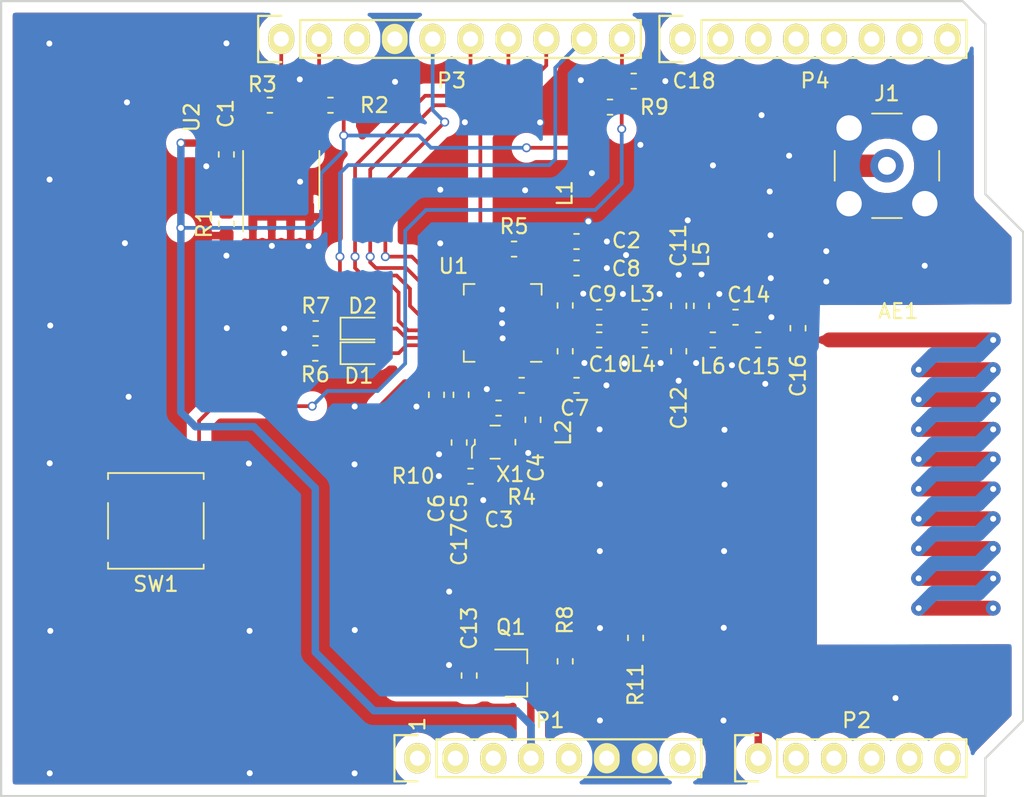
<source format=kicad_pcb>
(kicad_pcb (version 20171130) (host pcbnew "(5.1.6)-1")
  (title_block (date "lun. 30 mars 2015"))
  (layers (0 F.Cu signal) (31 B.Cu signal) (34 B.Paste user) (35 F.Paste user) (36 B.SilkS user) (37 F.SilkS user) (38 B.Mask user) (39 F.Mask user) (44 Edge.Cuts user))
  (net 0 "")
  (net 1 /IOREF)
  (net 2 /Reset)
  (net 3 +5V)
  (net 4 /Vin)
  (net 5 /A1)
  (net 6 /A2)
  (net 7 /A3)
  (net 8 /AREF)
  (net 9 /7)
  (net 10 "/3(**)")
  (net 11 /2)
  (net 12 "/1(Tx)")
  (net 13 "/0(Rx)")
  (net 14 "Net-(P1-Pad1)")
  (net 15 +3V3)
  (net 16 "Net-(AE1-Pad1)")
  (net 17 Earth)
  (net 18 "Net-(C2-Pad1)")
  (net 19 "Net-(C3-Pad1)")
  (net 20 "Net-(C4-Pad2)")
  (net 21 TCXO)
  (net 22 3V3_AX)
  (net 23 "Net-(C7-Pad1)")
  (net 24 "Net-(C8-Pad1)")
  (net 25 "Net-(C9-Pad1)")
  (net 26 "Net-(C9-Pad2)")
  (net 27 "Net-(C10-Pad2)")
  (net 28 "Net-(C10-Pad1)")
  (net 29 "Net-(C11-Pad1)")
  (net 30 "Net-(C12-Pad2)")
  (net 31 "Net-(C14-Pad1)")
  (net 32 "Net-(C16-Pad1)")
  (net 33 "Net-(D1-Pad2)")
  (net 34 "Net-(D1-Pad1)")
  (net 35 "Net-(D2-Pad1)")
  (net 36 "Net-(D2-Pad2)")
  (net 37 SDA)
  (net 38 SCL)
  (net 39 CLK)
  (net 40 MOSI)
  (net 41 MISO)
  (net 42 NSS)
  (net 43 AX_PWR)
  (net 44 "Net-(R1-Pad2)")
  (net 45 "Net-(R5-Pad2)")
  (net 46 "Net-(R5-Pad1)")
  (net 47 "Net-(R10-Pad2)")
  (net 48 "Net-(U1-Pad5)")
  (net 49 "Net-(U1-Pad11)")
  (net 50 "Net-(U1-Pad12)")
  (net 51 "Net-(U1-Pad13)")
  (net 52 "Net-(U1-Pad18)")
  (net 53 IRQ)
  (net 54 "Net-(U1-Pad22)")
  (net 55 "Net-(U1-Pad24)")
  (net 56 "Net-(U1-Pad25)")
  (net 57 "Net-(U1-Pad26)")
  (net 58 USER_BTN)
  (net 59 /A4)
  (net 60 /A5)
  (net 61 "/5(**)")
  (net 62 "/6(**)")
  (net 63 /4)
  (module Capacitor_SMD:C_0603_1608Metric (layer F.Cu) (at 149.606 89.154)
    (fp_text reference C2 (at 3.34772 -0.06604) (layer F.SilkS))
    (fp_text value 39p)
    (pad 2 smd roundrect (at 0.7875 0) (size 0.875 0.95) (layers F.Cu F.Paste F.Mask) (net 17 Earth))
    (pad 1 smd roundrect (at -0.7875 0) (size 0.875 0.95) (layers F.Cu F.Paste F.Mask) (net 18 "Net-(C2-Pad1)"))
  )
  (module Capacitor_SMD:C_0603_1608Metric (layer F.Cu) (at 149.606 90.932)
    (fp_text reference C8 (at 3.33248 0.04064) (layer F.SilkS))
    (fp_text value 0.1u)
    (pad 1 smd roundrect (at -0.7875 0) (size 0.875 0.95) (layers F.Cu F.Paste F.Mask) (net 24 "Net-(C8-Pad1)"))
    (pad 2 smd roundrect (at 0.7875 0) (size 0.875 0.95) (layers F.Cu F.Paste F.Mask) (net 17 Earth))
  )
  (module Inductor_SMD:L_0603_1608Metric (layer F.Cu) (at 158.75 95.758)
    (fp_text reference L6 (at 0 1.745) (layer F.SilkS))
    (fp_text value 12n)
    (pad 1 smd roundrect (at -0.7875 0) (size 0.875 0.95) (layers F.Cu F.Paste F.Mask) (net 30 "Net-(C12-Pad2)"))
    (pad 2 smd roundrect (at 0.7875 0) (size 0.875 0.95) (layers F.Cu F.Paste F.Mask) (net 31 "Net-(C14-Pad1)"))
  )
  (module Package_DFN_QFN:QFN-28-1EP_5x5mm_P0.5mm_EP3.35x3.35mm (layer F.Cu) (at 144.653 94.615 180)
    (fp_text reference U1 (at 3.302 3.81) (layer F.SilkS))
    (fp_text value AX5043 hide)
    (pad 1 smd roundrect (at -2.45 -1.5 180) (size 0.8 0.25) (layers F.Cu F.Paste F.Mask) (net 23 "Net-(C7-Pad1)"))
    (pad 2 smd roundrect (at -2.45 -1 180) (size 0.8 0.25) (layers F.Cu F.Paste F.Mask) (net 17 Earth))
    (pad 3 smd roundrect (at -2.45 -0.5 180) (size 0.8 0.25) (layers F.Cu F.Paste F.Mask) (net 27 "Net-(C10-Pad2)"))
    (pad 4 smd roundrect (at -2.45 0 180) (size 0.8 0.25) (layers F.Cu F.Paste F.Mask) (net 26 "Net-(C9-Pad2)"))
    (pad 5 smd roundrect (at -2.45 0.5 180) (size 0.8 0.25) (layers F.Cu F.Paste F.Mask) (net 48 "Net-(U1-Pad5)"))
    (pad 6 smd roundrect (at -2.45 1 180) (size 0.8 0.25) (layers F.Cu F.Paste F.Mask) (net 17 Earth))
    (pad 7 smd roundrect (at -2.45 1.5 180) (size 0.8 0.25) (layers F.Cu F.Paste F.Mask) (net 24 "Net-(C8-Pad1)"))
    (pad 8 smd roundrect (at -1.5 2.45 180) (size 0.25 0.8) (layers F.Cu F.Paste F.Mask) (net 18 "Net-(C2-Pad1)"))
    (pad 9 smd roundrect (at -1 2.45 180) (size 0.25 0.8) (layers F.Cu F.Paste F.Mask) (net 46 "Net-(R5-Pad1)"))
    (pad 10 smd roundrect (at -0.5 2.45 180) (size 0.25 0.8) (layers F.Cu F.Paste F.Mask) (net 45 "Net-(R5-Pad2)"))
    (pad 11 smd roundrect (at 0 2.45 180) (size 0.25 0.8) (layers F.Cu F.Paste F.Mask) (net 49 "Net-(U1-Pad11)"))
    (pad 12 smd roundrect (at 0.5 2.45 180) (size 0.25 0.8) (layers F.Cu F.Paste F.Mask) (net 50 "Net-(U1-Pad12)"))
    (pad 13 smd roundrect (at 1 2.45 180) (size 0.25 0.8) (layers F.Cu F.Paste F.Mask) (net 51 "Net-(U1-Pad13)"))
    (pad 14 smd roundrect (at 1.5 2.45 180) (size 0.25 0.8) (layers F.Cu F.Paste F.Mask) (net 42 NSS))
    (pad 15 smd roundrect (at 2.45 1.5 180) (size 0.8 0.25) (layers F.Cu F.Paste F.Mask) (net 39 CLK))
    (pad 16 smd roundrect (at 2.45 1 180) (size 0.8 0.25) (layers F.Cu F.Paste F.Mask) (net 41 MISO))
    (pad 17 smd roundrect (at 2.45 0.5 180) (size 0.8 0.25) (layers F.Cu F.Paste F.Mask) (net 40 MOSI))
    (pad 18 smd roundrect (at 2.45 0 180) (size 0.8 0.25) (layers F.Cu F.Paste F.Mask) (net 52 "Net-(U1-Pad18)"))
    (pad 19 smd roundrect (at 2.45 -0.5 180) (size 0.8 0.25) (layers F.Cu F.Paste F.Mask) (net 53 IRQ))
    (pad 20 smd roundrect (at 2.45 -1 180) (size 0.8 0.25) (layers F.Cu F.Paste F.Mask) (net 36 "Net-(D2-Pad2)"))
    (pad 21 smd roundrect (at 2.45 -1.5 180) (size 0.8 0.25) (layers F.Cu F.Paste F.Mask) (net 33 "Net-(D1-Pad2)"))
    (pad 22 smd roundrect (at 1.5 -2.45 180) (size 0.25 0.8) (layers F.Cu F.Paste F.Mask) (net 54 "Net-(U1-Pad22)"))
    (pad 23 smd roundrect (at 1 -2.45 180) (size 0.25 0.8) (layers F.Cu F.Paste F.Mask) (net 22 3V3_AX))
    (pad 24 smd roundrect (at 0.5 -2.45 180) (size 0.25 0.8) (layers F.Cu F.Paste F.Mask) (net 55 "Net-(U1-Pad24)"))
    (pad 25 smd roundrect (at 0 -2.45 180) (size 0.25 0.8) (layers F.Cu F.Paste F.Mask) (net 56 "Net-(U1-Pad25)"))
    (pad 26 smd roundrect (at -0.5 -2.45 180) (size 0.25 0.8) (layers F.Cu F.Paste F.Mask) (net 57 "Net-(U1-Pad26)"))
    (pad 27 smd roundrect (at -1 -2.45 180) (size 0.25 0.8) (layers F.Cu F.Paste F.Mask) (net 19 "Net-(C3-Pad1)"))
    (pad 28 smd roundrect (at -1.5 -2.45 180) (size 0.25 0.8) (layers F.Cu F.Paste F.Mask) (net 20 "Net-(C4-Pad2)"))
    (pad 29 smd rect (at 0 0 180) (size 3.35 3.35) (layers F.Cu F.Mask) (net 17 Earth))
  )
  (module Socket_Arduino_Uno:Socket_Strip_Arduino_1x08 (layer F.Cu) (at 138.938 123.825)
    (fp_text reference P1 (at 8.89 -2.54) (layer F.SilkS))
    (fp_text value Power)
    (pad 1 thru_hole oval (at 0 0) (size 1.7272 2.032) (drill 1.016) (layers *.Cu *.Mask F.SilkS) (net 14 "Net-(P1-Pad1)"))
    (pad 2 thru_hole oval (at 2.54 0) (size 1.7272 2.032) (drill 1.016) (layers *.Cu *.Mask F.SilkS) (net 1 /IOREF))
    (pad 3 thru_hole oval (at 5.08 0) (size 1.7272 2.032) (drill 1.016) (layers *.Cu *.Mask F.SilkS) (net 2 /Reset))
    (pad 4 thru_hole oval (at 7.62 0) (size 1.7272 2.032) (drill 1.016) (layers *.Cu *.Mask F.SilkS) (net 15 +3V3))
    (pad 5 thru_hole oval (at 10.16 0) (size 1.7272 2.032) (drill 1.016) (layers *.Cu *.Mask F.SilkS) (net 3 +5V))
    (pad 6 thru_hole oval (at 12.7 0) (size 1.7272 2.032) (drill 1.016) (layers *.Cu *.Mask F.SilkS) (net 17 Earth))
    (pad 7 thru_hole oval (at 15.24 0) (size 1.7272 2.032) (drill 1.016) (layers *.Cu *.Mask F.SilkS) (net 17 Earth))
    (pad 8 thru_hole oval (at 17.78 0) (size 1.7272 2.032) (drill 1.016) (layers *.Cu *.Mask F.SilkS) (net 4 /Vin))
  )
  (module Socket_Arduino_Uno:Socket_Strip_Arduino_1x06 (layer F.Cu) (at 161.798 123.825)
    (fp_text reference P2 (at 6.604 -2.54) (layer F.SilkS))
    (fp_text value Analog)
    (pad 1 thru_hole oval (at 0 0) (size 1.7272 2.032) (drill 1.016) (layers *.Cu *.Mask F.SilkS) (net 43 AX_PWR))
    (pad 2 thru_hole oval (at 2.54 0) (size 1.7272 2.032) (drill 1.016) (layers *.Cu *.Mask F.SilkS) (net 5 /A1))
    (pad 3 thru_hole oval (at 5.08 0) (size 1.7272 2.032) (drill 1.016) (layers *.Cu *.Mask F.SilkS) (net 6 /A2))
    (pad 4 thru_hole oval (at 7.62 0) (size 1.7272 2.032) (drill 1.016) (layers *.Cu *.Mask F.SilkS) (net 7 /A3))
    (pad 5 thru_hole oval (at 10.16 0) (size 1.7272 2.032) (drill 1.016) (layers *.Cu *.Mask F.SilkS) (net 59 /A4))
    (pad 6 thru_hole oval (at 12.7 0) (size 1.7272 2.032) (drill 1.016) (layers *.Cu *.Mask F.SilkS) (net 60 /A5))
  )
  (module Socket_Arduino_Uno:Socket_Strip_Arduino_1x10 (layer F.Cu) (at 129.794 75.565)
    (fp_text reference P3 (at 11.43 2.794) (layer F.SilkS))
    (fp_text value Digital)
    (pad 1 thru_hole oval (at 0 0) (size 1.7272 2.032) (drill 1.016) (layers *.Cu *.Mask F.SilkS) (net 38 SCL))
    (pad 2 thru_hole oval (at 2.54 0) (size 1.7272 2.032) (drill 1.016) (layers *.Cu *.Mask F.SilkS) (net 37 SDA))
    (pad 3 thru_hole oval (at 5.08 0) (size 1.7272 2.032) (drill 1.016) (layers *.Cu *.Mask F.SilkS) (net 8 /AREF))
    (pad 4 thru_hole oval (at 7.62 0) (size 1.7272 2.032) (drill 1.016) (layers *.Cu *.Mask F.SilkS) (net 17 Earth))
    (pad 5 thru_hole oval (at 10.16 0) (size 1.7272 2.032) (drill 1.016) (layers *.Cu *.Mask F.SilkS) (net 39 CLK))
    (pad 6 thru_hole oval (at 12.7 0) (size 1.7272 2.032) (drill 1.016) (layers *.Cu *.Mask F.SilkS) (net 40 MOSI))
    (pad 7 thru_hole oval (at 15.24 0) (size 1.7272 2.032) (drill 1.016) (layers *.Cu *.Mask F.SilkS) (net 41 MISO))
    (pad 8 thru_hole oval (at 17.78 0) (size 1.7272 2.032) (drill 1.016) (layers *.Cu *.Mask F.SilkS) (net 42 NSS))
    (pad 9 thru_hole oval (at 20.32 0) (size 1.7272 2.032) (drill 1.016) (layers *.Cu *.Mask F.SilkS) (net 53 IRQ))
    (pad 10 thru_hole oval (at 22.86 0) (size 1.7272 2.032) (drill 1.016) (layers *.Cu *.Mask F.SilkS) (net 58 USER_BTN))
  )
  (module Socket_Arduino_Uno:Socket_Strip_Arduino_1x08 (layer F.Cu) (at 156.718 75.565)
    (fp_text reference P4 (at 8.89 2.794) (layer F.SilkS))
    (fp_text value Digital)
    (pad 1 thru_hole oval (at 0 0) (size 1.7272 2.032) (drill 1.016) (layers *.Cu *.Mask F.SilkS) (net 9 /7))
    (pad 2 thru_hole oval (at 2.54 0) (size 1.7272 2.032) (drill 1.016) (layers *.Cu *.Mask F.SilkS) (net 62 "/6(**)"))
    (pad 3 thru_hole oval (at 5.08 0) (size 1.7272 2.032) (drill 1.016) (layers *.Cu *.Mask F.SilkS) (net 61 "/5(**)"))
    (pad 4 thru_hole oval (at 7.62 0) (size 1.7272 2.032) (drill 1.016) (layers *.Cu *.Mask F.SilkS) (net 63 /4))
    (pad 5 thru_hole oval (at 10.16 0) (size 1.7272 2.032) (drill 1.016) (layers *.Cu *.Mask F.SilkS) (net 10 "/3(**)"))
    (pad 6 thru_hole oval (at 12.7 0) (size 1.7272 2.032) (drill 1.016) (layers *.Cu *.Mask F.SilkS) (net 11 /2))
    (pad 7 thru_hole oval (at 15.24 0) (size 1.7272 2.032) (drill 1.016) (layers *.Cu *.Mask F.SilkS) (net 12 "/1(Tx)"))
    (pad 8 thru_hole oval (at 17.78 0) (size 1.7272 2.032) (drill 1.016) (layers *.Cu *.Mask F.SilkS) (net 13 "/0(Rx)"))
  )
  (module RF_Antenna:Texas_SWRA416_868MHz_915MHz (layer F.Cu) (at 171.762 104.758 270)
    (fp_text reference AE1 (at -10.922 0.566 180) (layer F.SilkS))
    (fp_text value Antenna)
    (fp_line (start 7 -5.8) (end 8 -4.8) (layer B.Cu) (width 1))
    (fp_line (start 8 -1.8) (end 9 -0.8) (layer B.Cu) (width 1))
    (fp_line (start 8 -4.8) (end 8 -1.8) (layer B.Cu) (width 1))
    (fp_line (start 9 -5.8) (end 9 -0.8) (layer F.Cu) (width 1))
    (fp_line (start 5 -5.8) (end 6 -4.8) (layer B.Cu) (width 1))
    (fp_line (start 6 -1.8) (end 7 -0.8) (layer B.Cu) (width 1))
    (fp_line (start 6 -4.8) (end 6 -1.8) (layer B.Cu) (width 1))
    (fp_line (start 7 -5.8) (end 7 -0.8) (layer F.Cu) (width 1))
    (fp_line (start 3 -5.8) (end 4 -4.8) (layer B.Cu) (width 1))
    (fp_line (start 4 -1.8) (end 5 -0.8) (layer B.Cu) (width 1))
    (fp_line (start 4 -4.8) (end 4 -1.8) (layer B.Cu) (width 1))
    (fp_line (start 5 -5.8) (end 5 -0.8) (layer F.Cu) (width 1))
    (fp_line (start 1 -5.8) (end 2 -4.8) (layer B.Cu) (width 1))
    (fp_line (start 2 -1.8) (end 3 -0.8) (layer B.Cu) (width 1))
    (fp_line (start 2 -4.8) (end 2 -1.8) (layer B.Cu) (width 1))
    (fp_line (start 3 -5.8) (end 3 -0.8) (layer F.Cu) (width 1))
    (fp_line (start -1 -5.8) (end 0 -4.8) (layer B.Cu) (width 1))
    (fp_line (start 0 -1.8) (end 1 -0.8) (layer B.Cu) (width 1))
    (fp_line (start 0 -4.8) (end 0 -1.8) (layer B.Cu) (width 1))
    (fp_line (start 1 -5.8) (end 1 -0.8) (layer F.Cu) (width 1))
    (fp_line (start -3 -5.8) (end -2 -4.8) (layer B.Cu) (width 1))
    (fp_line (start -2 -1.8) (end -1 -0.8) (layer B.Cu) (width 1))
    (fp_line (start -2 -4.8) (end -2 -1.8) (layer B.Cu) (width 1))
    (fp_line (start -1 -5.8) (end -1 -0.8) (layer F.Cu) (width 1))
    (fp_line (start -4 -4.8) (end -4 -1.8) (layer B.Cu) (width 1))
    (fp_line (start -5 -5.8) (end -4 -4.8) (layer B.Cu) (width 1))
    (fp_line (start -4 -1.8) (end -3 -0.8) (layer B.Cu) (width 1))
    (fp_line (start -3 -5.8) (end -3 -0.8) (layer F.Cu) (width 1))
    (fp_line (start -6 -4.8) (end -6 -1.8) (layer B.Cu) (width 1))
    (fp_line (start -7 -5.8) (end -6 -4.8) (layer B.Cu) (width 1))
    (fp_line (start -6 -1.8) (end -5 -0.8) (layer B.Cu) (width 1))
    (fp_line (start -5 -5.8) (end -5 -0.8) (layer F.Cu) (width 1))
    (fp_line (start -7 -5.8) (end -7 -0.8) (layer F.Cu) (width 1))
    (fp_line (start -9 5.2) (end -9 -5.8) (layer F.Cu) (width 1))
    (fp_line (start -9 -5.8) (end -8 -4.8) (layer B.Cu) (width 1))
    (fp_line (start -8 -4.8) (end -8 -1.8) (layer B.Cu) (width 1))
    (fp_line (start -8 -1.8) (end -7 -0.8) (layer B.Cu) (width 1))
    (pad "" thru_hole circle (at 9 -0.8 90) (size 1 1) (drill 0.4) (layers *.Cu))
    (pad "" thru_hole circle (at 9 -5.8 90) (size 1 1) (drill 0.4) (layers *.Cu))
    (pad "" thru_hole circle (at 7 -5.8 90) (size 1 1) (drill 0.4) (layers *.Cu))
    (pad "" thru_hole circle (at 7 -0.8 90) (size 1 1) (drill 0.4) (layers *.Cu))
    (pad "" thru_hole circle (at 5 -0.8 90) (size 1 1) (drill 0.4) (layers *.Cu))
    (pad "" thru_hole circle (at 5 -5.8 90) (size 1 1) (drill 0.4) (layers *.Cu))
    (pad "" thru_hole circle (at 3 -0.8 90) (size 1 1) (drill 0.4) (layers *.Cu))
    (pad "" thru_hole circle (at 3 -5.8 90) (size 1 1) (drill 0.4) (layers *.Cu))
    (pad "" thru_hole circle (at 1 -5.8 90) (size 1 1) (drill 0.4) (layers *.Cu))
    (pad "" thru_hole circle (at 1 -0.8 90) (size 1 1) (drill 0.4) (layers *.Cu))
    (pad "" thru_hole circle (at -1 -0.8 90) (size 1 1) (drill 0.4) (layers *.Cu))
    (pad "" thru_hole circle (at -1 -5.8 90) (size 1 1) (drill 0.4) (layers *.Cu))
    (pad "" thru_hole circle (at -3 -5.8 90) (size 1 1) (drill 0.4) (layers *.Cu))
    (pad "" thru_hole circle (at -3 -0.8 90) (size 1 1) (drill 0.4) (layers *.Cu))
    (pad "" thru_hole circle (at -5 -0.8 90) (size 1 1) (drill 0.4) (layers *.Cu))
    (pad "" thru_hole circle (at -5 -5.8 90) (size 1 1) (drill 0.4) (layers *.Cu))
    (pad "" thru_hole circle (at -7 -5.8 90) (size 1 1) (drill 0.4) (layers *.Cu))
    (pad "" thru_hole circle (at -7 -0.8 90) (size 1 1) (drill 0.4) (layers *.Cu))
    (pad "" thru_hole circle (at -9 -5.8 90) (size 1 1) (drill 0.4) (layers *.Cu))
    (pad 1 smd trapezoid (at -9 5.9 90) (size 0.4 0.8) (rect_delta 0 0.3) (layers F.Cu) (net 16 "Net-(AE1-Pad1)"))
  )
  (module Capacitor_SMD:C_0603_1608Metric (layer F.Cu) (at 126.111 83.312 90)
    (fp_text reference C1 (at 2.7432 -0.03556 90) (layer F.SilkS))
    (fp_text value 1u)
    (pad 1 smd roundrect (at -0.7875 0 90) (size 0.875 0.95) (layers F.Cu F.Paste F.Mask) (net 17 Earth))
    (pad 2 smd roundrect (at 0.7875 0 90) (size 0.875 0.95) (layers F.Cu F.Paste F.Mask) (net 15 +3V3))
  )
  (module Capacitor_SMD:C_0603_1608Metric (layer F.Cu) (at 144.3735 100.33 180)
    (fp_text reference C3 (at -0.0255 -7.493) (layer F.SilkS))
    (fp_text value 10n)
    (pad 1 smd roundrect (at -0.7875 0 180) (size 0.875 0.95) (layers F.Cu F.Paste F.Mask) (net 19 "Net-(C3-Pad1)"))
    (pad 2 smd roundrect (at 0.7875 0 180) (size 0.875 0.95) (layers F.Cu F.Paste F.Mask) (net 17 Earth))
  )
  (module Capacitor_SMD:C_0603_1608Metric (layer F.Cu) (at 146.685 101.1175 90)
    (fp_text reference C4 (at -3.21046 0.20828 90) (layer F.SilkS))
    (fp_text value 10n)
    (pad 2 smd roundrect (at 0.7875 0 90) (size 0.875 0.95) (layers F.Cu F.Paste F.Mask) (net 20 "Net-(C4-Pad2)"))
    (pad 1 smd roundrect (at -0.7875 0 90) (size 0.875 0.95) (layers F.Cu F.Paste F.Mask) (net 21 TCXO))
  )
  (module Capacitor_SMD:C_0603_1608Metric (layer F.Cu) (at 141.859 99.441 270)
    (fp_text reference C5 (at 7.62 0.127 270) (layer F.SilkS))
    (fp_text value 1u)
    (pad 1 smd roundrect (at -0.7875 0 270) (size 0.875 0.95) (layers F.Cu F.Paste F.Mask) (net 22 3V3_AX))
    (pad 2 smd roundrect (at 0.7875 0 270) (size 0.875 0.95) (layers F.Cu F.Paste F.Mask) (net 17 Earth))
  )
  (module Capacitor_SMD:C_0603_1608Metric (layer F.Cu) (at 140.208 99.441 270)
    (fp_text reference C6 (at 7.62 0 270) (layer F.SilkS))
    (fp_text value 100p)
    (pad 2 smd roundrect (at 0.7875 0 270) (size 0.875 0.95) (layers F.Cu F.Paste F.Mask) (net 17 Earth))
    (pad 1 smd roundrect (at -0.7875 0 270) (size 0.875 0.95) (layers F.Cu F.Paste F.Mask) (net 22 3V3_AX))
  )
  (module Capacitor_SMD:C_0603_1608Metric (layer F.Cu) (at 149.606 98.806)
    (fp_text reference C7 (at -0.127 1.524) (layer F.SilkS))
    (fp_text value 0.1u)
    (pad 2 smd roundrect (at 0.7875 0) (size 0.875 0.95) (layers F.Cu F.Paste F.Mask) (net 17 Earth))
    (pad 1 smd roundrect (at -0.7875 0) (size 0.875 0.95) (layers F.Cu F.Paste F.Mask) (net 23 "Net-(C7-Pad1)"))
  )
  (module Capacitor_SMD:C_0603_1608Metric (layer F.Cu) (at 151.13 94.234 180)
    (fp_text reference C9 (at -0.20828 1.54432) (layer F.SilkS))
    (fp_text value 2.7p)
    (pad 1 smd roundrect (at -0.7875 0 180) (size 0.875 0.95) (layers F.Cu F.Paste F.Mask) (net 25 "Net-(C9-Pad1)"))
    (pad 2 smd roundrect (at 0.7875 0 180) (size 0.875 0.95) (layers F.Cu F.Paste F.Mask) (net 26 "Net-(C9-Pad2)"))
  )
  (module Capacitor_SMD:C_0603_1608Metric (layer F.Cu) (at 151.13 95.758 180)
    (fp_text reference C10 (at -0.72136 -1.6256) (layer F.SilkS))
    (fp_text value 2.7p)
    (pad 2 smd roundrect (at 0.7875 0 180) (size 0.875 0.95) (layers F.Cu F.Paste F.Mask) (net 27 "Net-(C10-Pad2)"))
    (pad 1 smd roundrect (at -0.7875 0 180) (size 0.875 0.95) (layers F.Cu F.Paste F.Mask) (net 28 "Net-(C10-Pad1)"))
  )
  (module Capacitor_SMD:C_0603_1608Metric (layer F.Cu) (at 156.464 93.472 90)
    (fp_text reference C11 (at 4.04876 -0.02032 90) (layer F.SilkS))
    (fp_text value 3.6p)
    (pad 1 smd roundrect (at -0.7875 0 90) (size 0.875 0.95) (layers F.Cu F.Paste F.Mask) (net 29 "Net-(C11-Pad1)"))
    (pad 2 smd roundrect (at 0.7875 0 90) (size 0.875 0.95) (layers F.Cu F.Paste F.Mask) (net 17 Earth))
  )
  (module Capacitor_SMD:C_0603_1608Metric (layer F.Cu) (at 156.464 96.52 90)
    (fp_text reference C12 (at -3.80492 0.01016 90) (layer F.SilkS))
    (fp_text value 6.2p)
    (pad 2 smd roundrect (at 0.7875 0 90) (size 0.875 0.95) (layers F.Cu F.Paste F.Mask) (net 30 "Net-(C12-Pad2)"))
    (pad 1 smd roundrect (at -0.7875 0 90) (size 0.875 0.95) (layers F.Cu F.Paste F.Mask) (net 17 Earth))
  )
  (module Capacitor_SMD:C_0603_1608Metric (layer F.Cu) (at 142.40256 118.27754 270)
    (fp_text reference C13 (at -3.175 0 90) (layer F.SilkS))
    (fp_text value 3.6p)
    (pad 1 smd roundrect (at -0.7875 0 270) (size 0.875 0.95) (layers F.Cu F.Paste F.Mask) (net 17 Earth))
    (pad 2 smd roundrect (at 0.7875 0 270) (size 0.875 0.95) (layers F.Cu F.Paste F.Mask) (net 22 3V3_AX))
  )
  (module Capacitor_SMD:C_0603_1608Metric (layer F.Cu) (at 160.274 94.234 180)
    (fp_text reference C14 (at -0.88392 1.4986) (layer F.SilkS))
    (fp_text value 2.7p)
    (pad 2 smd roundrect (at 0.7875 0 180) (size 0.875 0.95) (layers F.Cu F.Paste F.Mask) (net 29 "Net-(C11-Pad1)"))
    (pad 1 smd roundrect (at -0.7875 0 180) (size 0.875 0.95) (layers F.Cu F.Paste F.Mask) (net 31 "Net-(C14-Pad1)"))
  )
  (module Capacitor_SMD:C_0603_1608Metric (layer F.Cu) (at 161.798 95.758 180)
    (fp_text reference C15 (at -0.0255 -1.778) (layer F.SilkS))
    (fp_text value 39p)
    (pad 2 smd roundrect (at 0.7875 0 180) (size 0.875 0.95) (layers F.Cu F.Paste F.Mask) (net 31 "Net-(C14-Pad1)"))
    (pad 1 smd roundrect (at -0.7875 0 180) (size 0.875 0.95) (layers F.Cu F.Paste F.Mask) (net 16 "Net-(AE1-Pad1)"))
  )
  (module Capacitor_SMD:C_0603_1608Metric (layer F.Cu) (at 141.732 102.6415 270)
    (fp_text reference C17 (at 6.8325 0 90) (layer F.SilkS))
    (fp_text value 1u)
    (pad 2 smd roundrect (at 0.7875 0 270) (size 0.875 0.95) (layers F.Cu F.Paste F.Mask) (net 17 Earth))
    (pad 1 smd roundrect (at -0.7875 0 270) (size 0.875 0.95) (layers F.Cu F.Paste F.Mask) (net 22 3V3_AX))
  )
  (module LED_SMD:LED_0603_1608Metric (layer F.Cu) (at 135.255 96.647)
    (fp_text reference D1 (at -0.254 1.524) (layer F.SilkS))
    (fp_text value LED)
    (pad 2 smd roundrect (at 0.7875 0) (size 0.875 0.95) (layers F.Cu F.Paste F.Mask) (net 33 "Net-(D1-Pad2)"))
    (pad 1 smd roundrect (at -0.7875 0) (size 0.875 0.95) (layers F.Cu F.Paste F.Mask) (net 34 "Net-(D1-Pad1)"))
  )
  (module LED_SMD:LED_0603_1608Metric (layer F.Cu) (at 135.255 94.996)
    (fp_text reference D2 (at 0 -1.524) (layer F.SilkS))
    (fp_text value LED)
    (pad 1 smd roundrect (at -0.7875 0) (size 0.875 0.95) (layers F.Cu F.Paste F.Mask) (net 35 "Net-(D2-Pad1)"))
    (pad 2 smd roundrect (at 0.7875 0) (size 0.875 0.95) (layers F.Cu F.Paste F.Mask) (net 36 "Net-(D2-Pad2)"))
  )
  (module Inductor_SMD:L_0603_1608Metric (layer F.Cu) (at 148.844 93.4465 270)
    (fp_text reference L1 (at -7.52338 0.0254 90) (layer F.SilkS))
    (fp_text value 18n)
    (pad 1 smd roundrect (at -0.7875 0 270) (size 0.875 0.95) (layers F.Cu F.Paste F.Mask) (net 17 Earth))
    (pad 2 smd roundrect (at 0.7875 0 270) (size 0.875 0.95) (layers F.Cu F.Paste F.Mask) (net 26 "Net-(C9-Pad2)"))
  )
  (module Inductor_SMD:L_0603_1608Metric (layer F.Cu) (at 148.844 96.52 270)
    (fp_text reference L2 (at 5.461 0.127 90) (layer F.SilkS))
    (fp_text value 18n)
    (pad 2 smd roundrect (at 0.7875 0 270) (size 0.875 0.95) (layers F.Cu F.Paste F.Mask) (net 17 Earth))
    (pad 1 smd roundrect (at -0.7875 0 270) (size 0.875 0.95) (layers F.Cu F.Paste F.Mask) (net 27 "Net-(C10-Pad2)"))
  )
  (module Inductor_SMD:L_0603_1608Metric (layer F.Cu) (at 154.178 94.234)
    (fp_text reference L3 (at -0.17272 -1.55448) (layer F.SilkS))
    (fp_text value 18n)
    (pad 2 smd roundrect (at 0.7875 0) (size 0.875 0.95) (layers F.Cu F.Paste F.Mask) (net 29 "Net-(C11-Pad1)"))
    (pad 1 smd roundrect (at -0.7875 0) (size 0.875 0.95) (layers F.Cu F.Paste F.Mask) (net 25 "Net-(C9-Pad1)"))
  )
  (module Inductor_SMD:L_0603_1608Metric (layer F.Cu) (at 154.178 95.758)
    (fp_text reference L4 (at -0.11176 1.62052) (layer F.SilkS))
    (fp_text value 18n)
    (pad 1 smd roundrect (at -0.7875 0) (size 0.875 0.95) (layers F.Cu F.Paste F.Mask) (net 28 "Net-(C10-Pad1)"))
    (pad 2 smd roundrect (at 0.7875 0) (size 0.875 0.95) (layers F.Cu F.Paste F.Mask) (net 30 "Net-(C12-Pad2)"))
  )
  (module Inductor_SMD:L_0603_1608Metric (layer F.Cu) (at 157.988 93.472 270)
    (fp_text reference L5 (at -3.45948 0.01016 90) (layer F.SilkS))
    (fp_text value 12n)
    (pad 2 smd roundrect (at 0.7875 0 270) (size 0.875 0.95) (layers F.Cu F.Paste F.Mask) (net 29 "Net-(C11-Pad1)"))
    (pad 1 smd roundrect (at -0.7875 0 270) (size 0.875 0.95) (layers F.Cu F.Paste F.Mask) (net 17 Earth))
  )
  (module Package_TO_SOT_SMD:SOT-23 (layer F.Cu) (at 145.542 118.11)
    (fp_text reference Q1 (at -0.34544 -3.08356) (layer F.SilkS))
    (fp_text value IRLML6402)
    (pad 1 smd rect (at -1 -0.95) (size 0.9 0.8) (layers F.Cu F.Paste F.Mask) (net 43 AX_PWR))
    (pad 2 smd rect (at -1 0.95) (size 0.9 0.8) (layers F.Cu F.Paste F.Mask) (net 22 3V3_AX))
    (pad 3 smd rect (at 1 0) (size 0.9 0.8) (layers F.Cu F.Paste F.Mask) (net 15 +3V3))
  )
  (module Resistor_SMD:R_0603_1608Metric (layer F.Cu) (at 126.11608 87.97036 90)
    (fp_text reference R1 (at 0 -1.49352 90) (layer F.SilkS))
    (fp_text value 1k)
    (pad 2 smd roundrect (at 0.7875 0 90) (size 0.875 0.95) (layers F.Cu F.Paste F.Mask) (net 44 "Net-(R1-Pad2)"))
    (pad 1 smd roundrect (at -0.7875 0 90) (size 0.875 0.95) (layers F.Cu F.Paste F.Mask) (net 17 Earth))
  )
  (module Resistor_SMD:R_0603_1608Metric (layer F.Cu) (at 133.096 80.01)
    (fp_text reference R2 (at 2.9465 0) (layer F.SilkS))
    (fp_text value 4.7k)
    (pad 1 smd roundrect (at -0.7875 0) (size 0.875 0.95) (layers F.Cu F.Paste F.Mask) (net 37 SDA))
    (pad 2 smd roundrect (at 0.7875 0) (size 0.875 0.95) (layers F.Cu F.Paste F.Mask) (net 15 +3V3))
  )
  (module Resistor_SMD:R_0603_1608Metric (layer F.Cu) (at 129.032 80.01 180)
    (fp_text reference R3 (at 0.508 1.397) (layer F.SilkS))
    (fp_text value 4.7k)
    (pad 1 smd roundrect (at -0.7875 0 180) (size 0.875 0.95) (layers F.Cu F.Paste F.Mask) (net 38 SCL))
    (pad 2 smd roundrect (at 0.7875 0 180) (size 0.875 0.95) (layers F.Cu F.Paste F.Mask) (net 15 +3V3))
  )
  (module Resistor_SMD:R_0603_1608Metric (layer F.Cu) (at 145.923 98.806 180)
    (fp_text reference R4 (at 0 -7.493) (layer F.SilkS))
    (fp_text value 1k)
    (pad 2 smd roundrect (at 0.7875 0 180) (size 0.875 0.95) (layers F.Cu F.Paste F.Mask) (net 19 "Net-(C3-Pad1)"))
    (pad 1 smd roundrect (at -0.7875 0 180) (size 0.875 0.95) (layers F.Cu F.Paste F.Mask) (net 20 "Net-(C4-Pad2)"))
  )
  (module Resistor_SMD:R_0603_1608Metric (layer F.Cu) (at 145.415 89.662 180)
    (fp_text reference R5 (at 0 1.524) (layer F.SilkS))
    (fp_text value 0)
    (pad 2 smd roundrect (at 0.7875 0 180) (size 0.875 0.95) (layers F.Cu F.Paste F.Mask) (net 45 "Net-(R5-Pad2)"))
    (pad 1 smd roundrect (at -0.7875 0 180) (size 0.875 0.95) (layers F.Cu F.Paste F.Mask) (net 46 "Net-(R5-Pad1)"))
  )
  (module Resistor_SMD:R_0603_1608Metric (layer F.Cu) (at 132.08 96.647 180)
    (fp_text reference R6 (at 0 -1.43) (layer F.SilkS))
    (fp_text value 1k)
    (pad 2 smd roundrect (at 0.7875 0 180) (size 0.875 0.95) (layers F.Cu F.Paste F.Mask) (net 17 Earth))
    (pad 1 smd roundrect (at -0.7875 0 180) (size 0.875 0.95) (layers F.Cu F.Paste F.Mask) (net 34 "Net-(D1-Pad1)"))
  )
  (module Resistor_SMD:R_0603_1608Metric (layer F.Cu) (at 132.1055 94.996 180)
    (fp_text reference R7 (at 0 1.524) (layer F.SilkS))
    (fp_text value 1k)
    (pad 1 smd roundrect (at -0.7875 0 180) (size 0.875 0.95) (layers F.Cu F.Paste F.Mask) (net 35 "Net-(D2-Pad1)"))
    (pad 2 smd roundrect (at 0.7875 0 180) (size 0.875 0.95) (layers F.Cu F.Paste F.Mask) (net 17 Earth))
  )
  (module Resistor_SMD:R_0603_1608Metric (layer F.Cu) (at 148.844 117.3225 270)
    (fp_text reference R8 (at -2.7685 0.01016 90) (layer F.SilkS))
    (fp_text value 100k)
    (pad 1 smd roundrect (at -0.7875 0 270) (size 0.875 0.95) (layers F.Cu F.Paste F.Mask) (net 43 AX_PWR))
    (pad 2 smd roundrect (at 0.7875 0 270) (size 0.875 0.95) (layers F.Cu F.Paste F.Mask) (net 15 +3V3))
  )
  (module Resistor_SMD:R_0603_1608Metric (layer F.Cu) (at 142.494 104.902)
    (fp_text reference R10 (at -3.85064 -0.01524) (layer F.SilkS))
    (fp_text value 0)
    (pad 2 smd roundrect (at 0.7875 0) (size 0.875 0.95) (layers F.Cu F.Paste F.Mask) (net 47 "Net-(R10-Pad2)"))
    (pad 1 smd roundrect (at -0.7875 0) (size 0.875 0.95) (layers F.Cu F.Paste F.Mask) (net 17 Earth))
  )
  (module Package_SO:SOIC-8_3.9x4.9mm_P1.27mm (layer F.Cu) (at 129.794 85.025 90)
    (fp_text reference U2 (at 4.2022 -5.99948 90) (layer F.SilkS))
    (fp_text value M24C01-FMN)
    (pad 1 smd roundrect (at -2.475 -1.905 90) (size 1.95 0.6) (layers F.Cu F.Paste F.Mask) (net 17 Earth))
    (pad 2 smd roundrect (at -2.475 -0.635 90) (size 1.95 0.6) (layers F.Cu F.Paste F.Mask) (net 17 Earth))
    (pad 3 smd roundrect (at -2.475 0.635 90) (size 1.95 0.6) (layers F.Cu F.Paste F.Mask) (net 17 Earth))
    (pad 4 smd roundrect (at -2.475 1.905 90) (size 1.95 0.6) (layers F.Cu F.Paste F.Mask) (net 17 Earth))
    (pad 5 smd roundrect (at 2.475 1.905 90) (size 1.95 0.6) (layers F.Cu F.Paste F.Mask) (net 37 SDA))
    (pad 6 smd roundrect (at 2.475 0.635 90) (size 1.95 0.6) (layers F.Cu F.Paste F.Mask) (net 38 SCL))
    (pad 7 smd roundrect (at 2.475 -0.635 90) (size 1.95 0.6) (layers F.Cu F.Paste F.Mask) (net 44 "Net-(R1-Pad2)"))
    (pad 8 smd roundrect (at 2.475 -1.905 90) (size 1.95 0.6) (layers F.Cu F.Paste F.Mask) (net 15 +3V3))
  )
  (module Oscillator:Oscillator_SMD_ECS_2520MV-xxx-xx-4Pin_2.5x2.0mm (layer F.Cu) (at 144.145 102.616 90)
    (fp_text reference X1 (at -2.159 1.016 180) (layer F.SilkS))
    (fp_text value ECS-2520MV-xxx-xx)
    (pad 1 smd roundrect (at -0.725 -0.925 90) (size 0.8 0.9) (layers F.Cu F.Paste F.Mask) (net 47 "Net-(R10-Pad2)"))
    (pad 4 smd roundrect (at 0.725 -0.925 90) (size 0.8 0.9) (layers F.Cu F.Paste F.Mask) (net 22 3V3_AX))
    (pad 2 smd roundrect (at -0.725 0.925 90) (size 0.8 0.9) (layers F.Cu F.Paste F.Mask) (net 17 Earth))
    (pad 3 smd roundrect (at 0.725 0.925 90) (size 0.8 0.9) (layers F.Cu F.Paste F.Mask) (net 21 TCXO))
  )
  (module Capacitor_SMD:C_0603_1608Metric (layer F.Cu) (at 164.465 94.9705 270)
    (fp_text reference C16 (at 3.175 0 90) (layer F.SilkS))
    (fp_text value 2.7p)
    (pad 1 smd roundrect (at -0.7875 0 270) (size 0.875 0.95) (layers F.Cu F.Paste F.Mask) (net 32 "Net-(C16-Pad1)"))
    (pad 2 smd roundrect (at 0.7875 0 270) (size 0.875 0.95) (layers F.Cu F.Paste F.Mask) (net 16 "Net-(AE1-Pad1)"))
  )
  (module Connector_Coaxial:SMB_Jack_Vertical (layer F.Cu) (at 170.434 84.074)
    (fp_text reference J1 (at 0 -4.85) (layer F.SilkS))
    (fp_text value Conn_Coaxial)
    (pad 2 thru_hole circle (at -2.54 2.54) (size 2.74 2.74) (drill 1.7) (layers *.Cu *.Mask) (net 17 Earth))
    (pad 2 thru_hole circle (at 2.54 2.54) (size 2.74 2.74) (drill 1.7) (layers *.Cu *.Mask) (net 17 Earth))
    (pad 2 thru_hole circle (at 2.54 -2.54) (size 2.74 2.74) (drill 1.7) (layers *.Cu *.Mask) (net 17 Earth))
    (pad 2 thru_hole circle (at -2.54 -2.54) (size 2.74 2.74) (drill 1.7) (layers *.Cu *.Mask) (net 17 Earth))
    (pad 1 thru_hole circle (at 0 0) (size 2.24 2.24) (drill 1.2) (layers *.Cu *.Mask) (net 32 "Net-(C16-Pad1)"))
  )
  (module Capacitor_SMD:C_0603_1608Metric (layer F.Cu) (at 153.4415 78.39456 180)
    (fp_text reference C18 (at -4.05374 0.02032) (layer F.SilkS))
    (fp_text value 10n)
    (pad 1 smd roundrect (at -0.7875 0 180) (size 0.875 0.95) (layers F.Cu F.Paste F.Mask) (net 17 Earth))
    (pad 2 smd roundrect (at 0.7875 0 180) (size 0.875 0.95) (layers F.Cu F.Paste F.Mask) (net 58 USER_BTN))
  )
  (module Resistor_SMD:R_0603_1608Metric (layer F.Cu) (at 151.85126 80.137 180)
    (fp_text reference R9 (at -2.97698 0) (layer F.SilkS))
    (fp_text value 10k)
    (pad 2 smd roundrect (at 0.7875 0 180) (size 0.875 0.95) (layers F.Cu F.Paste F.Mask) (net 15 +3V3))
    (pad 1 smd roundrect (at -0.7875 0 180) (size 0.875 0.95) (layers F.Cu F.Paste F.Mask) (net 58 USER_BTN))
  )
  (module Button_Switch_SMD:SW_Push_1P1T_NO_CK_KSC6xxJ (layer F.Cu) (at 121.38152 107.8992)
    (fp_text reference SW1 (at 0 4.24) (layer F.SilkS))
    (fp_text value SW_Push)
    (pad 1 smd rect (at -2.9 -2) (size 2.8 1) (layers F.Cu F.Paste F.Mask) (net 58 USER_BTN))
    (pad 1 smd rect (at 2.9 -2) (size 2.8 1) (layers F.Cu F.Paste F.Mask) (net 58 USER_BTN))
    (pad 2 smd rect (at -2.9 2) (size 2.8 1) (layers F.Cu F.Paste F.Mask) (net 17 Earth))
    (pad 2 smd rect (at 2.9 2) (size 2.8 1) (layers F.Cu F.Paste F.Mask) (net 17 Earth))
  )
  (module Resistor_SMD:R_0603_1608Metric (layer F.Cu) (at 153.5684 115.75288 90)
    (fp_text reference R11 (at -3.13436 0 90) (layer F.SilkS))
    (fp_text value 0)
    (pad 1 smd roundrect (at -0.7875 0 90) (size 0.875 0.95) (layers F.Cu F.Paste F.Mask) (net 43 AX_PWR))
    (pad 2 smd roundrect (at 0.7875 0 90) (size 0.875 0.95) (layers F.Cu F.Paste F.Mask) (net 17 Earth))
  )
  (gr_text "uno_ax_r1.0\n07.06.2020" (at 121.60504 120.80748) (layer F.Cu) (effects (font (size 1 1) (thickness 0.15) italic)))
  (gr_text 1 (at 138.938 121.539 90) (layer F.SilkS) (effects (font (size 1 1))))
  (gr_line (start 177.038 74.549) (end 175.514 73.025) (angle 90) (layer Edge.Cuts) (width 0.15))
  (gr_line (start 177.038 85.979) (end 177.038 74.549) (angle 90) (layer Edge.Cuts) (width 0.15))
  (gr_line (start 179.578 88.519) (end 177.038 85.979) (angle 90) (layer Edge.Cuts) (width 0.15))
  (gr_line (start 179.578 121.285) (end 179.578 88.519) (angle 90) (layer Edge.Cuts) (width 0.15))
  (gr_line (start 177.038 123.825) (end 179.578 121.285) (angle 90) (layer Edge.Cuts) (width 0.15))
  (gr_line (start 177.038 126.365) (end 177.038 123.825) (angle 90) (layer Edge.Cuts) (width 0.15))
  (gr_line (start 110.998 126.365) (end 177.038 126.365) (angle 90) (layer Edge.Cuts) (width 0.15))
  (gr_line (start 110.998 73.025) (end 110.998 126.365) (angle 90) (layer Edge.Cuts) (width 0.15))
  (gr_line (start 175.514 73.025) (end 110.998 73.025) (angle 90) (layer Edge.Cuts) (width 0.15))
  (via (at 150.63724 84.56676) (size 0.6) (drill 0.4) (layers F.Cu B.Cu) (net 17))
  (via (at 149.89556 78.32852) (size 0.6) (drill 0.4) (layers F.Cu B.Cu) (net 17))
  (via (at 119.3038 89.26576) (size 0.6) (drill 0.4) (layers F.Cu B.Cu) (net 17))
  (via (at 119.44096 79.81696) (size 0.6) (drill 0.4) (layers F.Cu B.Cu) (net 17))
  (via (at 155.56484 78.39456) (size 0.6) (drill 0.4) (layers F.Cu B.Cu) (net 17))
  (via (at 158.76016 84.0486) (size 0.6) (drill 0.4) (layers F.Cu B.Cu) (net 17))
  (via (at 119.55272 99.57308) (size 0.6) (drill 0.4) (layers F.Cu B.Cu) (net 17))
  (segment (start 127.889 82.55) (end 127.889 81.407) (width 0.25) (layer F.Cu) (net 15))
  (segment (start 128.2445 81.0515) (end 128.2445 80.01) (width 0.25) (layer F.Cu) (net 15))
  (segment (start 127.889 81.407) (end 128.2445 81.0515) (width 0.25) (layer F.Cu) (net 15))
  (segment (start 146.542 123.809) (end 146.558 123.825) (width 0.5) (layer F.Cu) (net 15))
  (segment (start 146.542 118.11) (end 146.542 123.809) (width 0.5) (layer F.Cu) (net 15))
  (segment (start 133.985 80.1115) (end 133.8835 80.01) (width 0.25) (layer F.Cu) (net 15))
  (segment (start 133.985 82.042) (end 133.985 80.1115) (width 0.25) (layer F.Cu) (net 15))
  (via (at 133.985 82.042) (size 0.6) (drill 0.4) (layers F.Cu B.Cu) (net 15))
  (segment (start 123.05792 82.55508) (end 123.063 82.55) (width 0.5) (layer B.Cu) (net 15))
  (segment (start 123.05792 88.2396) (end 123.05792 82.55508) (width 0.5) (layer B.Cu) (net 15))
  (via (at 123.05792 88.2396) (size 0.6) (drill 0.4) (layers F.Cu B.Cu) (net 15))
  (via (at 123.063 82.55) (size 0.6) (drill 0.4) (layers F.Cu B.Cu) (net 15))
  (segment (start 127.8635 82.5245) (end 127.889 82.55) (width 0.5) (layer F.Cu) (net 15))
  (segment (start 126.111 82.5245) (end 127.8635 82.5245) (width 0.5) (layer F.Cu) (net 15))
  (segment (start 126.0855 82.55) (end 126.111 82.5245) (width 0.5) (layer F.Cu) (net 15))
  (segment (start 123.063 82.55) (end 126.0855 82.55) (width 0.5) (layer F.Cu) (net 15))
  (segment (start 132.461 87.59444) (end 131.81584 88.2396) (width 0.25) (layer B.Cu) (net 15))
  (segment (start 132.461 84.582) (end 132.461 87.59444) (width 0.25) (layer B.Cu) (net 15))
  (segment (start 131.81584 88.2396) (end 123.05792 88.2396) (width 0.25) (layer B.Cu) (net 15))
  (segment (start 133.985 82.042) (end 133.985 83.058) (width 0.25) (layer B.Cu) (net 15))
  (segment (start 133.985 83.058) (end 132.461 84.582) (width 0.25) (layer B.Cu) (net 15))
  (segment (start 146.558 123.825) (end 146.558 121.61012) (width 0.5) (layer B.Cu) (net 15))
  (segment (start 123.05792 88.2396) (end 123.05792 97.18548) (width 0.5) (layer B.Cu) (net 15))
  (segment (start 132.08 116.70792) (end 136.01192 120.63984) (width 0.5) (layer B.Cu) (net 15))
  (segment (start 145.58772 120.63984) (end 146.558 121.61012) (width 0.5) (layer B.Cu) (net 15))
  (segment (start 136.01192 120.63984) (end 145.58772 120.63984) (width 0.5) (layer B.Cu) (net 15))
  (segment (start 132.08 116.70792) (end 132.08 105.70464) (width 0.5) (layer B.Cu) (net 15))
  (segment (start 132.08 105.70464) (end 127.95504 101.57968) (width 0.5) (layer B.Cu) (net 15))
  (segment (start 127.95504 101.57968) (end 124.03836 101.57968) (width 0.5) (layer B.Cu) (net 15))
  (segment (start 123.05792 100.59924) (end 123.05792 97.18548) (width 0.5) (layer B.Cu) (net 15))
  (segment (start 124.03836 101.57968) (end 123.05792 100.59924) (width 0.5) (layer B.Cu) (net 15))
  (segment (start 133.985 82.042) (end 139.01928 82.042) (width 0.25) (layer B.Cu) (net 15))
  (segment (start 139.01928 82.042) (end 139.84224 82.86496) (width 0.25) (layer B.Cu) (net 15))
  (via (at 146.24812 82.86496) (size 0.6) (drill 0.4) (layers F.Cu B.Cu) (net 15))
  (segment (start 139.84224 82.86496) (end 146.24812 82.86496) (width 0.25) (layer B.Cu) (net 15))
  (segment (start 146.24812 82.86496) (end 149.84984 82.86496) (width 0.25) (layer F.Cu) (net 15))
  (segment (start 151.06376 81.65104) (end 151.06376 80.137) (width 0.25) (layer F.Cu) (net 15))
  (segment (start 149.84984 82.86496) (end 151.06376 81.65104) (width 0.25) (layer F.Cu) (net 15))
  (segment (start 146.542 118.11) (end 148.844 118.11) (width 0.5) (layer F.Cu) (net 15))
  (segment (start 162.5855 95.758) (end 164.465 95.758) (width 0.5) (layer F.Cu) (net 16))
  (segment (start 164.465 95.758) (end 165.53699 95.758) (width 0.25) (layer F.Cu) (net 16))
  (via (at 140.38072 103.4288) (size 0.6) (drill 0.4) (layers F.Cu B.Cu) (net 17))
  (via (at 143.34744 106.50728) (size 0.6) (drill 0.4) (layers F.Cu B.Cu) (net 17))
  (via (at 146.36496 103.34244) (size 0.6) (drill 0.4) (layers F.Cu B.Cu) (net 17))
  (via (at 151.6126 98.806) (size 0.6) (drill 0.4) (layers F.Cu B.Cu) (net 17))
  (via (at 155.24988 97.3074) (size 0.6) (drill 0.4) (layers F.Cu B.Cu) (net 17))
  (via (at 157.62732 97.3074) (size 0.6) (drill 0.4) (layers F.Cu B.Cu) (net 17))
  (via (at 162.64128 91.61272) (size 0.6) (drill 0.4) (layers F.Cu B.Cu) (net 17))
  (via (at 162.62604 88.73236) (size 0.6) (drill 0.4) (layers F.Cu B.Cu) (net 17))
  (via (at 162.57016 85.8012) (size 0.6) (drill 0.4) (layers F.Cu B.Cu) (net 17))
  (via (at 163.87064 83.39836) (size 0.6) (drill 0.4) (layers F.Cu B.Cu) (net 17))
  (via (at 166.36492 89.80424) (size 0.6) (drill 0.4) (layers F.Cu B.Cu) (net 17))
  (via (at 150.40356 87.80272) (size 0.6) (drill 0.4) (layers F.Cu B.Cu) (net 17))
  (via (at 155.17876 92.67444) (size 0.6) (drill 0.4) (layers F.Cu B.Cu) (net 17))
  (via (at 150.05812 92.65412) (size 0.6) (drill 0.4) (layers F.Cu B.Cu) (net 17))
  (via (at 159.18688 92.67444) (size 0.6) (drill 0.4) (layers F.Cu B.Cu) (net 17))
  (via (at 144.61236 93.71584) (size 0.6) (drill 0.4) (layers F.Cu B.Cu) (net 17))
  (via (at 144.64792 95.65132) (size 0.6) (drill 0.4) (layers F.Cu B.Cu) (net 17))
  (via (at 162.68192 94.234) (size 0.6) (drill 0.4) (layers F.Cu B.Cu) (net 17))
  (via (at 144.61236 94.6404) (size 0.6) (drill 0.4) (layers F.Cu B.Cu) (net 17))
  (via (at 143.5862 99.06) (size 0.6) (drill 0.4) (layers F.Cu B.Cu) (net 17))
  (via (at 129.9972 96.647) (size 0.6) (drill 0.4) (layers F.Cu B.Cu) (net 17))
  (via (at 138.86688 100.2284) (size 0.6) (drill 0.4) (layers F.Cu B.Cu) (net 17))
  (segment (start 127.889 87.5) (end 129.159 87.5) (width 0.25) (layer F.Cu) (net 17))
  (segment (start 130.429 87.5) (end 129.159 87.5) (width 0.25) (layer F.Cu) (net 17))
  (segment (start 130.429 87.5) (end 131.699 87.5) (width 0.25) (layer F.Cu) (net 17))
  (segment (start 145.653 93.615) (end 144.653 94.615) (width 0.25) (layer F.Cu) (net 17))
  (segment (start 147.103 93.615) (end 145.653 93.615) (width 0.25) (layer F.Cu) (net 17))
  (segment (start 145.653 95.615) (end 144.653 94.615) (width 0.25) (layer F.Cu) (net 17))
  (segment (start 147.103 95.615) (end 145.653 95.615) (width 0.25) (layer F.Cu) (net 17))
  (via (at 152.92832 90.06332) (size 0.6) (drill 0.4) (layers F.Cu B.Cu) (net 17))
  (segment (start 147.888 93.615) (end 148.844 92.659) (width 0.25) (layer F.Cu) (net 17))
  (segment (start 147.103 93.615) (end 147.888 93.615) (width 0.25) (layer F.Cu) (net 17))
  (via (at 153.89352 82.66684) (size 0.6) (drill 0.4) (layers F.Cu B.Cu) (net 17))
  (via (at 140.46708 85.67928) (size 0.6) (drill 0.4) (layers F.Cu B.Cu) (net 17))
  (via (at 142.113 81.153) (size 0.6) (drill 0.4) (layers F.Cu B.Cu) (net 17))
  (via (at 151.17064 105.4354) (size 0.6) (drill 0.4) (layers F.Cu B.Cu) (net 17))
  (segment (start 143.5862 100.3298) (end 143.586 100.33) (width 0.25) (layer F.Cu) (net 17))
  (segment (start 143.5862 99.06) (end 143.5862 100.3298) (width 0.25) (layer F.Cu) (net 17))
  (via (at 126.11608 75.85456) (size 0.6) (drill 0.4) (layers F.Cu B.Cu) (net 17))
  (via (at 114.25936 104.03332) (size 0.6) (drill 0.4) (layers F.Cu B.Cu) (net 17))
  (via (at 114.23396 75.8698) (size 0.6) (drill 0.4) (layers F.Cu B.Cu) (net 17))
  (via (at 114.25936 124.83592) (size 0.6) (drill 0.4) (layers F.Cu B.Cu) (net 17))
  (via (at 166.36492 91.84132) (size 0.6) (drill 0.4) (layers F.Cu B.Cu) (net 17))
  (via (at 160.03524 97.45472) (size 0.6) (drill 0.4) (layers F.Cu B.Cu) (net 17))
  (via (at 129.99212 94.99092) (size 0.6) (drill 0.4) (layers F.Cu B.Cu) (net 17))
  (via (at 137.42924 78.44028) (size 0.6) (drill 0.4) (layers F.Cu B.Cu) (net 17))
  (via (at 147.16252 81.16316) (size 0.6) (drill 0.4) (layers F.Cu B.Cu) (net 17))
  (via (at 162.02152 80.67548) (size 0.6) (drill 0.4) (layers F.Cu B.Cu) (net 17))
  (via (at 157.06852 87.7316) (size 0.6) (drill 0.4) (layers F.Cu B.Cu) (net 17))
  (via (at 124.7648 84.10448) (size 0.6) (drill 0.4) (layers F.Cu B.Cu) (net 17))
  (via (at 126.11608 90.10396) (size 0.6) (drill 0.4) (layers F.Cu B.Cu) (net 17))
  (via (at 131.62788 89.46388) (size 0.6) (drill 0.4) (layers F.Cu B.Cu) (net 17))
  (via (at 131.0386 78.27772) (size 0.6) (drill 0.4) (layers F.Cu B.Cu) (net 17))
  (via (at 131.05892 85.1408) (size 0.6) (drill 0.4) (layers F.Cu B.Cu) (net 17))
  (via (at 127.68072 124.82576) (size 0.6) (drill 0.4) (layers F.Cu B.Cu) (net 17))
  (via (at 127.67056 115.28044) (size 0.6) (drill 0.4) (layers F.Cu B.Cu) (net 17))
  (via (at 114.3 115.28044) (size 0.6) (drill 0.4) (layers F.Cu B.Cu) (net 17))
  (via (at 127.62484 104.04348) (size 0.6) (drill 0.4) (layers F.Cu B.Cu) (net 17))
  (via (at 114.29492 94.7928) (size 0.6) (drill 0.4) (layers F.Cu B.Cu) (net 17))
  (via (at 114.2492 84.99856) (size 0.6) (drill 0.4) (layers F.Cu B.Cu) (net 17))
  (via (at 172.96892 90.7796) (size 0.6) (drill 0.4) (layers F.Cu B.Cu) (net 17))
  (via (at 159.5374 105.4608) (size 0.6) (drill 0.4) (layers F.Cu B.Cu) (net 17))
  (via (at 151.17064 109.92612) (size 0.6) (drill 0.4) (layers F.Cu B.Cu) (net 17))
  (via (at 159.50692 109.92612) (size 0.6) (drill 0.4) (layers F.Cu B.Cu) (net 17))
  (via (at 159.4866 115.07216) (size 0.6) (drill 0.4) (layers F.Cu B.Cu) (net 17))
  (via (at 151.1808 115.09248) (size 0.6) (drill 0.4) (layers F.Cu B.Cu) (net 17))
  (via (at 151.17572 121.29008) (size 0.6) (drill 0.4) (layers F.Cu B.Cu) (net 17))
  (via (at 159.46628 121.29516) (size 0.6) (drill 0.4) (layers F.Cu B.Cu) (net 17))
  (via (at 141.05128 117.57152) (size 0.6) (drill 0.4) (layers F.Cu B.Cu) (net 17))
  (via (at 141.06144 112.64392) (size 0.6) (drill 0.4) (layers F.Cu B.Cu) (net 17))
  (via (at 171.00804 119.79148) (size 0.6) (drill 0.4) (layers F.Cu B.Cu) (net 17))
  (via (at 134.7216 100.22332) (size 0.6) (drill 0.4) (layers F.Cu B.Cu) (net 17))
  (via (at 134.71144 104.10444) (size 0.6) (drill 0.4) (layers F.Cu B.Cu) (net 17))
  (via (at 134.72668 115.22456) (size 0.6) (drill 0.4) (layers F.Cu B.Cu) (net 17))
  (via (at 134.71652 124.83592) (size 0.6) (drill 0.4) (layers F.Cu B.Cu) (net 17))
  (via (at 152.72004 92.67444) (size 0.6) (drill 0.4) (layers F.Cu B.Cu) (net 17))
  (via (at 151.64308 89.154) (size 0.6) (drill 0.4) (layers F.Cu B.Cu) (net 17))
  (via (at 151.64308 90.93708) (size 0.6) (drill 0.4) (layers F.Cu B.Cu) (net 17))
  (via (at 156.464 91.3892) (size 0.6) (drill 0.4) (layers F.Cu B.Cu) (net 17))
  (via (at 157.99308 91.35872) (size 0.6) (drill 0.4) (layers F.Cu B.Cu) (net 17))
  (via (at 162.27044 98.7044) (size 0.6) (drill 0.4) (layers F.Cu B.Cu) (net 17))
  (via (at 146.15668 85.71484) (size 0.6) (drill 0.4) (layers F.Cu B.Cu) (net 17))
  (via (at 140.462 89.27592) (size 0.6) (drill 0.4) (layers F.Cu B.Cu) (net 17))
  (via (at 150.13432 97.3074) (size 0.6) (drill 0.4) (layers F.Cu B.Cu) (net 17))
  (via (at 156.45892 98.49612) (size 0.6) (drill 0.4) (layers F.Cu B.Cu) (net 17))
  (via (at 152.82672 97.33788) (size 0.6) (drill 0.4) (layers F.Cu B.Cu) (net 17))
  (via (at 151.1554 101.76256) (size 0.6) (drill 0.4) (layers F.Cu B.Cu) (net 17))
  (via (at 159.53232 101.78796) (size 0.6) (drill 0.4) (layers F.Cu B.Cu) (net 17))
  (via (at 126.14148 94.96552) (size 0.6) (drill 0.4) (layers F.Cu B.Cu) (net 17))
  (segment (start 141.859 100.2285) (end 142.61602 100.2285) (width 0.5) (layer F.Cu) (net 17))
  (segment (start 142.71752 100.33) (end 143.586 100.33) (width 0.5) (layer F.Cu) (net 17))
  (segment (start 142.61602 100.2285) (end 142.71752 100.33) (width 0.5) (layer F.Cu) (net 17))
  (via (at 140.37056 104.89184) (size 0.6) (drill 0.4) (layers F.Cu B.Cu) (net 17))
  (via (at 129.16408 89.44864) (size 0.6) (drill 0.4) (layers F.Cu B.Cu) (net 17))
  (segment (start 118.48152 109.8992) (end 124.28152 109.8992) (width 0.5) (layer F.Cu) (net 17))
  (segment (start 146.153 92.165) (end 146.153 91.464) (width 0.25) (layer F.Cu) (net 18))
  (segment (start 146.153 91.464) (end 146.558 91.059) (width 0.25) (layer F.Cu) (net 18))
  (segment (start 146.558 91.059) (end 147.193 91.059) (width 0.25) (layer F.Cu) (net 18))
  (segment (start 147.193 91.059) (end 147.447 90.805) (width 0.25) (layer F.Cu) (net 18))
  (segment (start 147.447 90.805) (end 147.447 89.535) (width 0.25) (layer F.Cu) (net 18))
  (segment (start 147.828 89.154) (end 148.8185 89.154) (width 0.25) (layer F.Cu) (net 18))
  (segment (start 147.447 89.535) (end 147.828 89.154) (width 0.25) (layer F.Cu) (net 18))
  (segment (start 145.653 97.065) (end 145.653 97.679) (width 0.25) (layer F.Cu) (net 19))
  (segment (start 145.1355 98.1965) (end 145.1355 98.806) (width 0.25) (layer F.Cu) (net 19))
  (segment (start 145.653 97.679) (end 145.1355 98.1965) (width 0.25) (layer F.Cu) (net 19))
  (segment (start 145.1355 100.3045) (end 145.161 100.33) (width 0.25) (layer F.Cu) (net 19))
  (segment (start 145.1355 98.806) (end 145.1355 100.3045) (width 0.25) (layer F.Cu) (net 19))
  (segment (start 146.153 97.065) (end 146.153 97.639) (width 0.25) (layer F.Cu) (net 20))
  (segment (start 146.7105 98.1965) (end 146.7105 98.806) (width 0.25) (layer F.Cu) (net 20))
  (segment (start 146.153 97.639) (end 146.7105 98.1965) (width 0.25) (layer F.Cu) (net 20))
  (segment (start 146.685 98.8315) (end 146.7105 98.806) (width 0.25) (layer F.Cu) (net 20))
  (segment (start 146.685 100.33) (end 146.685 98.8315) (width 0.25) (layer F.Cu) (net 20))
  (segment (start 146.671 101.891) (end 146.685 101.905) (width 0.25) (layer F.Cu) (net 21))
  (segment (start 145.07 101.891) (end 146.671 101.891) (width 0.25) (layer F.Cu) (net 21))
  (segment (start 144.53696 119.06504) (end 144.542 119.06) (width 0.5) (layer F.Cu) (net 22))
  (segment (start 142.40256 119.06504) (end 144.53696 119.06504) (width 0.5) (layer F.Cu) (net 22))
  (segment (start 142.40256 119.06504) (end 137.58164 119.06504) (width 0.5) (layer F.Cu) (net 22))
  (segment (start 137.58164 119.06504) (end 136.42848 117.91188) (width 0.5) (layer F.Cu) (net 22))
  (segment (start 136.42848 117.91188) (end 136.42848 101.94036) (width 0.5) (layer F.Cu) (net 22))
  (segment (start 140.208 98.6535) (end 141.859 98.6535) (width 0.5) (layer F.Cu) (net 22))
  (segment (start 143.653 97.065) (end 143.653 97.99752) (width 0.25) (layer F.Cu) (net 22))
  (segment (start 142.99702 98.6535) (end 141.859 98.6535) (width 0.25) (layer F.Cu) (net 22))
  (segment (start 143.653 97.99752) (end 142.99702 98.6535) (width 0.25) (layer F.Cu) (net 22))
  (segment (start 136.51484 101.854) (end 136.42848 101.94036) (width 0.5) (layer F.Cu) (net 22))
  (segment (start 137.45464 101.854) (end 136.51484 101.854) (width 0.5) (layer F.Cu) (net 22))
  (segment (start 141.732 101.854) (end 137.45464 101.854) (width 0.5) (layer F.Cu) (net 22))
  (segment (start 143.183 101.854) (end 143.22 101.891) (width 0.5) (layer F.Cu) (net 22))
  (segment (start 141.732 101.854) (end 143.183 101.854) (width 0.5) (layer F.Cu) (net 22))
  (segment (start 140.208 98.6535) (end 138.10498 98.6535) (width 0.5) (layer F.Cu) (net 22))
  (segment (start 136.42848 100.33) (end 136.42848 101.94036) (width 0.5) (layer F.Cu) (net 22))
  (segment (start 138.10498 98.6535) (end 136.42848 100.33) (width 0.5) (layer F.Cu) (net 22))
  (segment (start 147.804 96.115) (end 147.103 96.115) (width 0.25) (layer F.Cu) (net 23))
  (segment (start 147.955 96.266) (end 147.804 96.115) (width 0.25) (layer F.Cu) (net 23))
  (segment (start 147.955 98.552) (end 147.955 96.266) (width 0.25) (layer F.Cu) (net 23))
  (segment (start 148.209 98.806) (end 147.955 98.552) (width 0.25) (layer F.Cu) (net 23))
  (segment (start 148.8185 98.806) (end 148.209 98.806) (width 0.25) (layer F.Cu) (net 23))
  (segment (start 147.103 93.115) (end 147.55 93.115) (width 0.25) (layer F.Cu) (net 24))
  (segment (start 147.55 93.115) (end 147.955 92.71) (width 0.25) (layer F.Cu) (net 24))
  (segment (start 147.955 92.71) (end 147.955 91.186) (width 0.25) (layer F.Cu) (net 24))
  (segment (start 148.209 90.932) (end 147.955 91.186) (width 0.25) (layer F.Cu) (net 24))
  (segment (start 148.8185 90.932) (end 148.209 90.932) (width 0.25) (layer F.Cu) (net 24))
  (segment (start 151.9175 94.234) (end 153.3905 94.234) (width 0.5) (layer F.Cu) (net 25))
  (segment (start 147.103 94.615) (end 147.701 94.615) (width 0.25) (layer F.Cu) (net 26))
  (segment (start 148.082 94.234) (end 148.844 94.234) (width 0.25) (layer F.Cu) (net 26))
  (segment (start 147.701 94.615) (end 148.082 94.234) (width 0.25) (layer F.Cu) (net 26))
  (segment (start 148.844 94.234) (end 150.3425 94.234) (width 0.5) (layer F.Cu) (net 26))
  (segment (start 147.103 95.115) (end 147.72856 95.115) (width 0.25) (layer F.Cu) (net 27))
  (segment (start 148.34606 95.7325) (end 148.844 95.7325) (width 0.25) (layer F.Cu) (net 27))
  (segment (start 147.72856 95.115) (end 148.34606 95.7325) (width 0.25) (layer F.Cu) (net 27))
  (segment (start 150.317 95.7325) (end 150.3425 95.758) (width 0.5) (layer F.Cu) (net 27))
  (segment (start 148.844 95.7325) (end 150.317 95.7325) (width 0.5) (layer F.Cu) (net 27))
  (segment (start 151.841 95.7325) (end 151.8665 95.758) (width 0.25) (layer F.Cu) (net 28))
  (segment (start 151.9175 95.758) (end 153.3905 95.758) (width 0.5) (layer F.Cu) (net 28))
  (segment (start 156.4385 94.234) (end 156.464 94.2595) (width 0.5) (layer F.Cu) (net 29))
  (segment (start 154.9655 94.234) (end 156.4385 94.234) (width 0.5) (layer F.Cu) (net 29))
  (segment (start 156.464 94.2595) (end 157.988 94.2595) (width 0.5) (layer F.Cu) (net 29))
  (segment (start 159.461 94.2595) (end 159.4865 94.234) (width 0.5) (layer F.Cu) (net 29))
  (segment (start 157.988 94.2595) (end 159.461 94.2595) (width 0.5) (layer F.Cu) (net 29))
  (segment (start 156.4385 95.758) (end 156.464 95.7325) (width 0.5) (layer F.Cu) (net 30))
  (segment (start 154.9655 95.758) (end 156.4385 95.758) (width 0.5) (layer F.Cu) (net 30))
  (segment (start 157.937 95.7325) (end 157.9625 95.758) (width 0.5) (layer F.Cu) (net 30))
  (segment (start 156.464 95.7325) (end 157.937 95.7325) (width 0.5) (layer F.Cu) (net 30))
  (segment (start 159.5375 95.758) (end 161.0105 95.758) (width 0.5) (layer F.Cu) (net 31))
  (segment (start 161.0615 95.707) (end 161.0105 95.758) (width 0.5) (layer F.Cu) (net 31))
  (segment (start 161.0615 94.234) (end 161.0615 95.707) (width 0.5) (layer F.Cu) (net 31))
  (segment (start 164.465 94.183) (end 164.465 85.55228) (width 1.5) (layer F.Cu) (net 32))
  (segment (start 165.94328 84.074) (end 170.434 84.074) (width 1.5) (layer F.Cu) (net 32))
  (segment (start 164.465 85.55228) (end 165.94328 84.074) (width 1.5) (layer F.Cu) (net 32))
  (segment (start 142.203 96.115) (end 138.2 96.115) (width 0.25) (layer F.Cu) (net 33))
  (segment (start 137.668 96.647) (end 136.0425 96.647) (width 0.25) (layer F.Cu) (net 33))
  (segment (start 138.2 96.115) (end 137.668 96.647) (width 0.25) (layer F.Cu) (net 33))
  (segment (start 134.4675 96.647) (end 132.8675 96.647) (width 0.25) (layer F.Cu) (net 34))
  (segment (start 134.4675 94.996) (end 132.893 94.996) (width 0.25) (layer F.Cu) (net 35))
  (segment (start 142.203 95.615) (end 138.16 95.615) (width 0.25) (layer F.Cu) (net 36))
  (segment (start 137.541 94.996) (end 136.0425 94.996) (width 0.25) (layer F.Cu) (net 36))
  (segment (start 138.16 95.615) (end 137.541 94.996) (width 0.25) (layer F.Cu) (net 36))
  (segment (start 132.334 79.9845) (end 132.3085 80.01) (width 0.25) (layer F.Cu) (net 37))
  (segment (start 132.334 75.565) (end 132.334 79.9845) (width 0.25) (layer F.Cu) (net 37))
  (segment (start 132.3085 80.01) (end 132.3085 80.5435) (width 0.25) (layer F.Cu) (net 37))
  (segment (start 131.699 81.153) (end 131.699 82.55) (width 0.25) (layer F.Cu) (net 37))
  (segment (start 132.3085 80.5435) (end 131.699 81.153) (width 0.25) (layer F.Cu) (net 37))
  (segment (start 129.794 79.9845) (end 129.8195 80.01) (width 0.25) (layer F.Cu) (net 38))
  (segment (start 129.794 75.565) (end 129.794 79.9845) (width 0.25) (layer F.Cu) (net 38))
  (segment (start 129.8195 80.01) (end 129.8195 80.4165) (width 0.25) (layer F.Cu) (net 38))
  (segment (start 130.429 81.026) (end 130.429 82.55) (width 0.25) (layer F.Cu) (net 38))
  (segment (start 129.8195 80.4165) (end 130.429 81.026) (width 0.25) (layer F.Cu) (net 38))
  (segment (start 142.203 93.115) (end 140.232 93.115) (width 0.25) (layer F.Cu) (net 39))
  (segment (start 140.232 93.115) (end 139.827 92.71) (width 0.25) (layer F.Cu) (net 39))
  (segment (start 139.827 92.71) (end 139.827 91.44) (width 0.25) (layer F.Cu) (net 39))
  (via (at 136.779 90.17) (size 0.6) (drill 0.4) (layers F.Cu B.Cu) (net 39))
  (segment (start 139.827 91.44) (end 138.557 90.17) (width 0.25) (layer F.Cu) (net 39))
  (segment (start 138.557 90.17) (end 136.779 90.17) (width 0.25) (layer F.Cu) (net 39))
  (via (at 140.76172 81.14284) (size 0.6) (drill 0.4) (layers F.Cu B.Cu) (net 39))
  (segment (start 136.779 85.12556) (end 140.76172 81.14284) (width 0.25) (layer F.Cu) (net 39))
  (segment (start 136.779 90.17) (end 136.779 85.12556) (width 0.25) (layer F.Cu) (net 39))
  (segment (start 139.954 80.33512) (end 140.76172 81.14284) (width 0.25) (layer B.Cu) (net 39))
  (segment (start 139.954 75.565) (end 139.954 80.33512) (width 0.25) (layer B.Cu) (net 39))
  (segment (start 142.18201 94.16499) (end 139.12299 94.16499) (width 0.25) (layer F.Cu) (net 40))
  (segment (start 142.203 94.115) (end 142.203 94.144) (width 0.25) (layer F.Cu) (net 40))
  (segment (start 142.203 94.144) (end 142.18201 94.16499) (width 0.25) (layer F.Cu) (net 40))
  (segment (start 139.12299 94.16499) (end 138.43 93.472) (width 0.25) (layer F.Cu) (net 40))
  (segment (start 138.43 93.472) (end 138.43 92.329) (width 0.25) (layer F.Cu) (net 40))
  (segment (start 138.43 92.329) (end 137.541 91.44) (width 0.25) (layer F.Cu) (net 40))
  (segment (start 137.541 91.44) (end 135.255 91.44) (width 0.25) (layer F.Cu) (net 40))
  (via (at 134.747 90.17) (size 0.6) (drill 0.4) (layers F.Cu B.Cu) (net 40))
  (segment (start 135.255 91.44) (end 134.747 90.932) (width 0.25) (layer F.Cu) (net 40))
  (segment (start 134.747 90.932) (end 134.747 90.17) (width 0.25) (layer F.Cu) (net 40))
  (segment (start 134.747 90.17) (end 134.747 84.074) (width 0.25) (layer F.Cu) (net 40))
  (segment (start 134.747 84.074) (end 139.446 79.375) (width 0.25) (layer F.Cu) (net 40))
  (segment (start 139.446 79.375) (end 142.113 79.375) (width 0.25) (layer F.Cu) (net 40))
  (segment (start 142.494 78.994) (end 142.494 75.565) (width 0.25) (layer F.Cu) (net 40))
  (segment (start 142.113 79.375) (end 142.494 78.994) (width 0.25) (layer F.Cu) (net 40))
  (segment (start 142.203 93.615) (end 139.589 93.615) (width 0.25) (layer F.Cu) (net 41))
  (segment (start 139.589 93.615) (end 139.192 93.218) (width 0.25) (layer F.Cu) (net 41))
  (segment (start 139.192 93.218) (end 139.192 91.948) (width 0.25) (layer F.Cu) (net 41))
  (segment (start 139.192 91.948) (end 138.176 90.932) (width 0.25) (layer F.Cu) (net 41))
  (segment (start 138.176 90.932) (end 136.144 90.932) (width 0.25) (layer F.Cu) (net 41))
  (via (at 135.763 90.17) (size 0.6) (drill 0.4) (layers F.Cu B.Cu) (net 41))
  (segment (start 136.144 90.932) (end 135.763 90.551) (width 0.25) (layer F.Cu) (net 41))
  (segment (start 135.763 90.551) (end 135.763 90.17) (width 0.25) (layer F.Cu) (net 41))
  (segment (start 135.763 90.17) (end 135.763 84.328) (width 0.25) (layer F.Cu) (net 41))
  (segment (start 135.763 84.328) (end 140.081 80.01) (width 0.25) (layer F.Cu) (net 41))
  (segment (start 140.081 80.01) (end 142.875 80.01) (width 0.25) (layer F.Cu) (net 41))
  (segment (start 145.034 77.851) (end 145.034 75.565) (width 0.25) (layer F.Cu) (net 41))
  (segment (start 142.875 80.01) (end 145.034 77.851) (width 0.25) (layer F.Cu) (net 41))
  (segment (start 143.153 92.165) (end 143.153 81.764) (width 0.25) (layer F.Cu) (net 42))
  (segment (start 147.574 77.343) (end 147.574 75.565) (width 0.25) (layer F.Cu) (net 42))
  (segment (start 143.153 81.764) (end 147.574 77.343) (width 0.25) (layer F.Cu) (net 42))
  (segment (start 145.167 116.535) (end 144.542 117.16) (width 0.5) (layer F.Cu) (net 43))
  (segment (start 148.844 116.535) (end 145.167 116.535) (width 0.5) (layer F.Cu) (net 43))
  (segment (start 161.798 118.50116) (end 161.798 123.825) (width 0.5) (layer F.Cu) (net 43))
  (segment (start 159.83184 116.535) (end 161.798 118.50116) (width 0.5) (layer F.Cu) (net 43))
  (segment (start 153.57378 116.535) (end 153.5684 116.54038) (width 0.5) (layer F.Cu) (net 43))
  (segment (start 159.83184 116.535) (end 153.57378 116.535) (width 0.5) (layer F.Cu) (net 43))
  (segment (start 148.84938 116.54038) (end 148.844 116.535) (width 0.5) (layer F.Cu) (net 43))
  (segment (start 153.5684 116.54038) (end 148.84938 116.54038) (width 0.5) (layer F.Cu) (net 43))
  (segment (start 126.11608 87.18286) (end 126.11608 85.91804) (width 0.25) (layer F.Cu) (net 44))
  (segment (start 126.11608 85.91804) (end 126.50724 85.52688) (width 0.25) (layer F.Cu) (net 44))
  (segment (start 126.50724 85.52688) (end 128.00076 85.52688) (width 0.25) (layer F.Cu) (net 44))
  (segment (start 129.159 84.36864) (end 129.159 82.55) (width 0.25) (layer F.Cu) (net 44))
  (segment (start 128.00076 85.52688) (end 129.159 84.36864) (width 0.25) (layer F.Cu) (net 44))
  (segment (start 145.153 92.165) (end 145.153 90.797) (width 0.25) (layer F.Cu) (net 45))
  (segment (start 144.6275 90.2715) (end 144.6275 89.662) (width 0.25) (layer F.Cu) (net 45))
  (segment (start 145.153 90.797) (end 144.6275 90.2715) (width 0.25) (layer F.Cu) (net 45))
  (segment (start 145.653 92.165) (end 145.653 90.821) (width 0.25) (layer F.Cu) (net 46))
  (segment (start 146.2025 90.2715) (end 146.2025 89.662) (width 0.25) (layer F.Cu) (net 46))
  (segment (start 145.653 90.821) (end 146.2025 90.2715) (width 0.25) (layer F.Cu) (net 46))
  (segment (start 143.22 104.8405) (end 143.2815 104.902) (width 0.25) (layer F.Cu) (net 47))
  (segment (start 143.22 103.341) (end 143.22 104.8405) (width 0.25) (layer F.Cu) (net 47))
  (segment (start 138.803 95.115) (end 138.29641 95.115) (width 0.25) (layer F.Cu) (net 53))
  (segment (start 142.203 95.115) (end 138.803 95.115) (width 0.25) (layer F.Cu) (net 53))
  (segment (start 134.112 92.075) (end 133.731 91.694) (width 0.25) (layer F.Cu) (net 53))
  (segment (start 137.16 92.075) (end 134.112 92.075) (width 0.25) (layer F.Cu) (net 53))
  (segment (start 138.29641 95.115) (end 137.668 94.48659) (width 0.25) (layer F.Cu) (net 53))
  (segment (start 137.668 92.583) (end 137.16 92.075) (width 0.25) (layer F.Cu) (net 53))
  (segment (start 133.731 91.694) (end 133.731 90.17) (width 0.25) (layer F.Cu) (net 53))
  (segment (start 137.668 94.48659) (end 137.668 92.583) (width 0.25) (layer F.Cu) (net 53))
  (via (at 133.731 90.17) (size 0.6) (drill 0.4) (layers F.Cu B.Cu) (net 53))
  (segment (start 148.17852 77.50048) (end 150.114 75.565) (width 0.25) (layer B.Cu) (net 53))
  (segment (start 133.731 90.17) (end 133.731 84.57692) (width 0.25) (layer B.Cu) (net 53))
  (segment (start 133.731 84.57692) (end 134.27964 84.02828) (width 0.25) (layer B.Cu) (net 53))
  (segment (start 134.27964 84.02828) (end 147.78228 84.02828) (width 0.25) (layer B.Cu) (net 53))
  (segment (start 148.17852 83.63204) (end 148.17852 77.50048) (width 0.25) (layer B.Cu) (net 53))
  (segment (start 147.78228 84.02828) (end 148.17852 83.63204) (width 0.25) (layer B.Cu) (net 53))
  (segment (start 118.48152 105.8992) (end 124.28152 105.8992) (width 0.5) (layer F.Cu) (net 58))
  (segment (start 125.2728 100.203) (end 124.28152 101.19428) (width 0.25) (layer F.Cu) (net 58))
  (segment (start 124.28152 101.19428) (end 124.28152 105.8992) (width 0.25) (layer F.Cu) (net 58))
  (segment (start 131.87172 100.203) (end 125.2728 100.203) (width 0.25) (layer F.Cu) (net 58))
  (via (at 131.87172 100.203) (size 0.6) (drill 0.4) (layers F.Cu B.Cu) (net 58))
  (segment (start 152.654 78.39456) (end 152.654 75.565) (width 0.25) (layer F.Cu) (net 58))
  (via (at 152.63876 81.60512) (size 0.6) (drill 0.4) (layers F.Cu B.Cu) (net 58))
  (segment (start 152.63876 82.0166) (end 152.63876 81.60512) (width 0.25) (layer B.Cu) (net 58))
  (segment (start 150.86584 87.03564) (end 152.63876 85.26272) (width 0.25) (layer B.Cu) (net 58))
  (segment (start 152.63876 85.26272) (end 152.63876 82.0166) (width 0.25) (layer B.Cu) (net 58))
  (segment (start 139.50696 87.03564) (end 150.86584 87.03564) (width 0.25) (layer B.Cu) (net 58))
  (segment (start 132.8928 99.18192) (end 136.271 99.18192) (width 0.25) (layer B.Cu) (net 58))
  (segment (start 131.87172 100.203) (end 132.8928 99.18192) (width 0.25) (layer B.Cu) (net 58))
  (segment (start 136.271 99.18192) (end 138.10996 97.34296) (width 0.25) (layer B.Cu) (net 58))
  (segment (start 138.10996 88.43264) (end 139.50696 87.03564) (width 0.25) (layer B.Cu) (net 58))
  (segment (start 138.10996 97.34296) (end 138.10996 88.43264) (width 0.25) (layer B.Cu) (net 58))
  (segment (start 152.63876 78.4098) (end 152.654 78.39456) (width 0.25) (layer F.Cu) (net 58))
  (segment (start 152.63876 80.137) (end 152.63876 78.4098) (width 0.25) (layer F.Cu) (net 58))
  (segment (start 152.63876 80.137) (end 152.63876 81.60512) (width 0.25) (layer F.Cu) (net 58))
  (zone (net 17) (net_name Earth) (layer F.Cu) (connect_pads (clearance 0.7)) (min_thickness 0.5) (fill yes (arc_segments 32) (thermal_gap 0.508) (thermal_bridge_width 0.508))
    (polygon (pts (xy 176.911 74.676) (xy 176.911 86.106) (xy 179.451 88.646) (xy 179.451 121.158) (xy 176.911 123.698) (xy 176.911 126.238) (xy 111.125 126.238) (xy 111.125 73.152) (xy 175.387 73.152)))
  )
  (zone (net 0) (net_name "") (layers F&B.Cu) (connect_pads yes (clearance 0.508)) (min_thickness 0.254)
    (keepout (tracks not_allowed) (vias not_allowed) (copperpour not_allowed))
    (fill (arc_segments 32) (thermal_gap 0.508) (thermal_bridge_width 0.508))
    (polygon (pts (xy 178.77536 116.17452) (xy 165.735 116.205) (xy 165.735 96.52) (xy 165.862 96.266) (xy 165.94328 93.41612) (xy 172.421983 93.4085) (xy 178.87696 93.36024)))
  )
  (zone (net 17) (net_name Earth) (layer B.Cu) (connect_pads yes (clearance 0.708)) (min_thickness 0.254) (fill yes (arc_segments 32) (thermal_gap 0.708) (thermal_bridge_width 0.708))
    (polygon (pts (xy 176.911 74.676) (xy 176.911 86.106) (xy 179.451 88.646) (xy 179.451 121.158) (xy 176.911 123.698) (xy 176.911 126.238) (xy 111.125 126.238) (xy 111.125 73.152) (xy 175.387 73.152)))
  )
)
</source>
